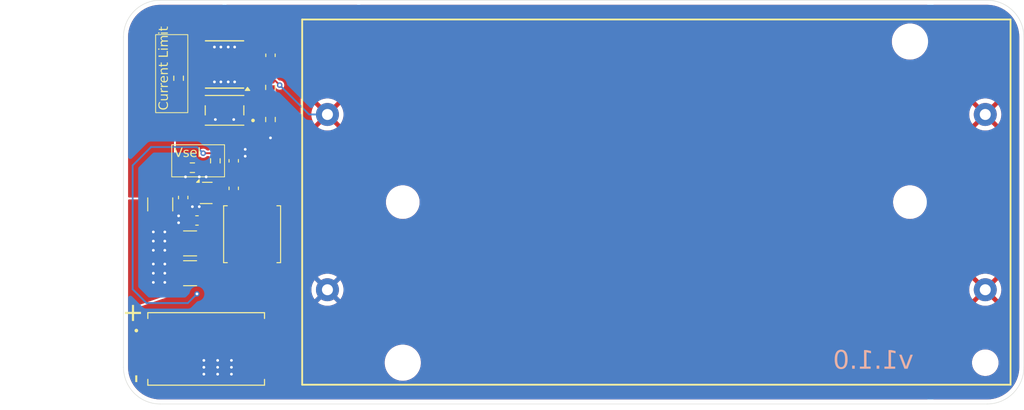
<source format=kicad_pcb>
(kicad_pcb (version 20240108) (generator "pcbnew") (generator_version "8.0")
  (layers (0 "F.Cu" signal) (31 "B.Cu" signal) (34 "B.Paste" user) (35 "F.Paste" user) (36 "B.SilkS" user "B.Silkscreen") (37 "F.SilkS" user "F.Silkscreen") (38 "B.Mask" user) (39 "F.Mask" user) (44 "Edge.Cuts" user))
  (net 0 "")
  (net 1 "GND")
  (net 2 "Net-(BT1-+-Pad4)")
  (net 3 "+BATT")
  (net 4 "/TPS6293x Converter/Vout")
  (net 5 "Net-(U1-SS)")
  (net 6 "Net-(U1-BST)")
  (net 7 "Net-(U1-SW)")
  (net 8 "Net-(U1-FB)")
  (net 10 "Net-(U2-EN{slash}UVLO)")
  (net 11 "Net-(U2-ILM)")
  (net 14 "/TPS6293x Converter/Vin")
  (footprint "Battery_Holder:Keystone_1049P" (layer "F.Cu") (at 76 38)
    (property "Reference" "BT1" (hide yes))
    (property "Value" "Battery_2_Cell")
    (fp_line (start -38.55 -19.9) (end -38.55 19.9) (stroke (width 0.2)) (layer "F.SilkS"))
    (fp_line (start -38.55 19.9) (end 38.55 19.9) (stroke (width 0.2)) (layer "F.SilkS"))
    (fp_line (start 38.55 -19.9) (end -38.55 -19.9) (stroke (width 0.2)) (layer "F.SilkS"))
    (fp_line (start 38.55 19.9) (end 38.55 -19.9) (stroke (width 0.2)) (layer "F.SilkS"))
    (pad "" np_thru_hole circle (at -27.6 0) (size 3.18 3.18) (drill 3.18) (layers "F&B.Cu"))
    (pad "" np_thru_hole circle (at -27.6 17.5) (size 3.18 3.18) (drill 3.45) (layers "F&B.Cu"))
    (pad "" np_thru_hole circle (at 27.6 -17.5) (size 3.18 3.18) (drill 3.45) (layers "F&B.Cu"))
    (pad "" np_thru_hole circle (at 27.6 0) (size 3.18 3.18) (drill 3.18) (layers "F&B.Cu"))
    (pad "" np_thru_hole circle (at 35.8 17.5) (size 2.4 2.4) (drill 2.4) (layers "F&B.Cu"))
    (pad "1" thru_hole circle (at -35.8 -9.55) (size 2.5 2.5) (drill 1.2) (layers "*.Cu" "B.Mask") (net 3 "+BATT") (thermal_bridge_width 0.5) (thermal_gap 0.5))
    (pad "2" thru_hole circle (at 35.8 -9.55) (size 2.5 2.5) (drill 1.2) (layers "*.Cu" "B.Mask") (net 2 "Net-(BT1-+-Pad4)"))
    (pad "3" thru_hole circle (at -35.8 9.55) (size 2.5 2.5) (drill 1.2) (layers "*.Cu" "B.Mask") (net 1 "GND") (thermal_bridge_width 0.5) (thermal_gap 0.5))
    (pad "4" thru_hole circle (at 35.8 9.55) (size 2.5 2.5) (drill 1.2) (layers "*.Cu" "B.Mask") (net 2 "Net-(BT1-+-Pad4)"))
  )
  (footprint "Resistor_SMD:R_0603_1608Metric" (layer "F.Cu") (at 34 25.5 -90)
    (property "Reference" "R3" (hide yes))
    (property "Value" "31.6k")
    (fp_line (start -0.237258 0.5225) (end 0.237258 0.5225) (stroke (width 0.12)) (layer "F.SilkS"))
    (fp_line (start -0.237258 -0.5225) (end 0.237258 -0.5225) (stroke (width 0.12)) (layer "F.SilkS"))
    (pad "1" smd roundrect (at -0.825 0 270) (size 0.8 0.95) (layers "F.Cu" "F.Paste" "F.Mask") (net 3 "+BATT"))
    (pad "2" smd roundrect (at 0.825 0 270) (size 0.8 0.95) (layers "F.Cu" "F.Paste" "F.Mask") (net 10 "Net-(U2-EN{slash}UVLO)"))
  )
  (footprint "Resistor_SMD:R_0603_1608Metric" (layer "F.Cu") (at 25.5 34.25 180)
    (property "Reference" "R2" (hide yes))
    (property "Value" "10k")
    (fp_line (start -0.237258 0.5225) (end 0.237258 0.5225) (stroke (width 0.12)) (layer "F.SilkS"))
    (fp_line (start -0.237258 -0.5225) (end 0.237258 -0.5225) (stroke (width 0.12)) (layer "F.SilkS"))
    (pad "1" smd roundrect (at -0.825 0 180) (size 0.8 0.95) (layers "F.Cu" "F.Paste" "F.Mask") (net 8 "Net-(U1-FB)"))
    (pad "2" smd roundrect (at 0.825 0 180) (size 0.8 0.95) (layers "F.Cu" "F.Paste" "F.Mask") (net 1 "GND"))
  )
  (footprint "SO:TI_SO-PowerPAD-8" (layer "F.Cu") (at 29 23 180)
    (property "Reference" "U2" (hide yes))
    (property "Value" "TPS259630")
    (fp_line (start -2.075 2.575) (end 2.075 2.575) (stroke (width 0.15)) (layer "F.SilkS"))
    (fp_line (start -2.075 -2.575) (end 2.075 -2.575) (stroke (width 0.15)) (layer "F.SilkS"))
    (fp_poly (pts (xy -2.5 -2.5) (xy -2.74 -2.83) (xy -2.26 -2.83) (xy -2.5 -2.5)) (stroke (width 0.12)) (fill solid) (layer "F.SilkS"))
    (pad "1" smd roundrect (at -2.7 -1.905 180) (size 1.55 0.6) (layers "F.Cu" "F.Paste" "F.Mask") (net 1 "GND"))
    (pad "2" smd roundrect (at -2.7 -0.635 180) (size 1.55 0.6) (layers "F.Cu" "F.Paste" "F.Mask"))
    (pad "3" smd roundrect (at -2.7 0.635 180) (size 1.55 0.6) (layers "F.Cu" "F.Paste" "F.Mask") (net 10 "Net-(U2-EN{slash}UVLO)"))
    (pad "4" smd roundrect (at -2.7 1.905 180) (size 1.55 0.6) (layers "F.Cu" "F.Paste" "F.Mask") (net 3 "+BATT"))
    (pad "5" smd roundrect (at 2.7 1.905 180) (size 1.55 0.6) (layers "F.Cu" "F.Paste" "F.Mask") (net 14 "/TPS6293x Converter/Vin"))
    (pad "6" smd roundrect (at 2.7 0.635 180) (size 1.55 0.6) (layers "F.Cu" "F.Paste" "F.Mask"))
    (pad "7" smd roundrect (at 2.7 -0.635 180) (size 1.55 0.6) (layers "F.Cu" "F.Paste" "F.Mask") (net 11 "Net-(U2-ILM)"))
    (pad "8" smd roundrect (at 2.7 -1.905 180) (size 1.55 0.6) (layers "F.Cu" "F.Paste" "F.Mask") (net 1 "GND"))
    (pad "9" smd rect (at 0 0 180) (size 2.95 4.5) (layers "F.Cu") (net 1 "GND"))
  )
  (footprint "SMD:0603_1608Metric_DNI_NoPaste" (layer "F.Cu") (at 28 33.5 -90)
    (property "Reference" "R1" (hide yes))
    (property "Value" "Vchoice")
    (fp_line (start -0.237258 0.5225) (end 0.237258 0.5225) (stroke (width 0.12)) (layer "F.SilkS"))
    (fp_line (start -0.237258 -0.5225) (end 0.237258 -0.5225) (stroke (width 0.12)) (layer "F.SilkS"))
    (pad "1" smd roundrect (at -0.825 0 270) (size 0.8 0.95) (layers "F.Cu" "F.Mask") (net 4 "/TPS6293x Converter/Vout"))
    (pad "2" smd roundrect (at 0.825 0 270) (size 0.8 0.95) (layers "F.Cu" "F.Mask") (net 8 "Net-(U1-FB)"))
  )
  (footprint "Capacitor_SMD:C_1210_3225Metric" (layer "F.Cu") (at 25.25 45.75 180)
    (property "Reference" "C6" (hide yes))
    (property "Value" "22uF")
    (fp_line (start -0.711252 1.36) (end 0.711252 1.36) (stroke (width 0.12)) (layer "F.SilkS"))
    (fp_line (start -0.711252 -1.36) (end 0.711252 -1.36) (stroke (width 0.12)) (layer "F.SilkS"))
    (pad "1" smd roundrect (at -1.475 0 180) (size 1.15 2.7) (layers "F.Cu" "F.Paste" "F.Mask") (roundrect_rratio 0.217391) (net 4 "/TPS6293x Converter/Vout"))
    (pad "2" smd roundrect (at 1.475 0 180) (size 1.15 2.7) (layers "F.Cu" "F.Paste" "F.Mask") (roundrect_rratio 0.217391) (net 1 "GND"))
  )
  (footprint "Inductor:L_TDK_VLS6045EX_VLS6045AF" (layer "F.Cu") (at 32 41.5 -90)
    (property "Reference" "L1" (hide yes))
    (property "Value" "6.8uH")
    (fp_line (start -3.1 3.1) (end 3.1 3.1) (stroke (width 0.12)) (layer "F.SilkS"))
    (fp_line (start -3.1 3.1) (end -3.1 2.7) (stroke (width 0.12)) (layer "F.SilkS"))
    (fp_line (start 3.1 3.1) (end 3.1 2.7) (stroke (width 0.12)) (layer "F.SilkS"))
    (fp_line (start -3.1 -3.1) (end -3.1 -2.7) (stroke (width 0.12)) (layer "F.SilkS"))
    (fp_line (start -3.1 -3.1) (end 3.1 -3.1) (stroke (width 0.12)) (layer "F.SilkS"))
    (fp_line (start 3.1 -3.1) (end 3.1 -2.7) (stroke (width 0.12)) (layer "F.SilkS"))
    (pad "1" smd roundrect (at -2.1 0 270) (size 1.9 5.1) (layers "F.Cu" "F.Paste" "F.Mask") (net 7 "Net-(U1-SW)"))
    (pad "2" smd roundrect (at 2.1 0 270) (size 1.9 5.1) (layers "F.Cu" "F.Paste" "F.Mask") (net 4 "/TPS6293x Converter/Vout"))
  )
  (footprint "Capacitor_SMD:C_0603_1608Metric" (layer "F.Cu") (at 30 33.5 90)
    (property "Reference" "C3" (hide yes))
    (property "Value" "100nF")
    (fp_line (start -0.14058 -0.51) (end 0.14058 -0.51) (stroke (width 0.12)) (layer "F.SilkS"))
    (fp_line (start -0.14058 0.51) (end 0.14058 0.51) (stroke (width 0.12)) (layer "F.SilkS"))
    (pad "1" smd roundrect (at -0.775 0 90) (size 0.9 0.95) (layers "F.Cu" "F.Paste" "F.Mask") (net 5 "Net-(U1-SS)"))
    (pad "2" smd roundrect (at 0.775 0 90) (size 0.9 0.95) (layers "F.Cu" "F.Paste" "F.Mask") (net 1 "GND"))
  )
  (footprint "Capacitor_SMD:C_0603_1608Metric" (layer "F.Cu") (at 24.5 37.5 -90)
    (property "Reference" "C2" (hide yes))
    (property "Value" "0.1uF")
    (fp_line (start -0.14058 0.51) (end 0.14058 0.51) (stroke (width 0.12)) (layer "F.SilkS"))
    (fp_line (start -0.14058 -0.51) (end 0.14058 -0.51) (stroke (width 0.12)) (layer "F.SilkS"))
    (pad "1" smd roundrect (at -0.775 0 270) (size 0.9 0.95) (layers "F.Cu" "F.Paste" "F.Mask") (net 14 "/TPS6293x Converter/Vin"))
    (pad "2" smd roundrect (at 0.775 0 270) (size 0.9 0.95) (layers "F.Cu" "F.Paste" "F.Mask") (net 1 "GND"))
  )
  (footprint "Capacitor_SMD:C_1210_3225Metric" (layer "F.Cu") (at 25.25 42.5 180)
    (property "Reference" "C7" (hide yes))
    (property "Value" "22uF")
    (fp_line (start -0.711252 1.36) (end 0.711252 1.36) (stroke (width 0.12)) (layer "F.SilkS"))
    (fp_line (start -0.711252 -1.36) (end 0.711252 -1.36) (stroke (width 0.12)) (layer "F.SilkS"))
    (pad "1" smd roundrect (at -1.475 0 180) (size 1.15 2.7) (layers "F.Cu" "F.Paste" "F.Mask") (roundrect_rratio 0.217391) (net 4 "/TPS6293x Converter/Vout"))
    (pad "2" smd roundrect (at 1.475 0 180) (size 1.15 2.7) (layers "F.Cu" "F.Paste" "F.Mask") (roundrect_rratio 0.217391) (net 1 "GND"))
  )
  (footprint "Resistor_SMD:R_0603_1608Metric" (layer "F.Cu") (at 34 29 -90)
    (property "Reference" "R4" (hide yes))
    (property "Value" "100k")
    (fp_line (start -0.237258 0.5225) (end 0.237258 0.5225) (stroke (width 0.12)) (layer "F.SilkS"))
    (fp_line (start -0.237258 -0.5225) (end 0.237258 -0.5225) (stroke (width 0.12)) (layer "F.SilkS"))
    (pad "1" smd roundrect (at -0.825 0 270) (size 0.8 0.95) (layers "F.Cu" "F.Paste" "F.Mask") (net 10 "Net-(U2-EN{slash}UVLO)"))
    (pad "2" smd roundrect (at 0.825 0 270) (size 0.8 0.95) (layers "F.Cu" "F.Paste" "F.Mask") (net 1 "GND"))
  )
  (footprint "SMD:0603_1608Metric_DNI_NoPaste" (layer "F.Cu") (at 24 24.5 -90)
    (property "Reference" "R5" (hide yes))
    (property "Value" "470")
    (fp_line (start -0.237258 0.5225) (end 0.237258 0.5225) (stroke (width 0.12)) (layer "F.SilkS"))
    (fp_line (start -0.237258 -0.5225) (end 0.237258 -0.5225) (stroke (width 0.12)) (layer "F.SilkS"))
    (pad "1" smd roundrect (at -0.825 0 270) (size 0.8 0.95) (layers "F.Cu" "F.Mask") (net 11 "Net-(U2-ILM)"))
    (pad "2" smd roundrect (at 0.825 0 270) (size 0.8 0.95) (layers "F.Cu" "F.Mask") (net 1 "GND"))
  )
  (footprint "Capacitor_SMD:C_0603_1608Metric" (layer "F.Cu") (at 30 36.5 -90)
    (property "Reference" "C4" (hide yes))
    (property "Value" "100nF")
    (fp_line (start -0.14058 0.51) (end 0.14058 0.51) (stroke (width 0.12)) (layer "F.SilkS"))
    (fp_line (start -0.14058 -0.51) (end 0.14058 -0.51) (stroke (width 0.12)) (layer "F.SilkS"))
    (pad "1" smd roundrect (at -0.775 0 270) (size 0.9 0.95) (layers "F.Cu" "F.Paste" "F.Mask") (net 6 "Net-(U1-BST)"))
    (pad "2" smd roundrect (at 0.775 0 270) (size 0.9 0.95) (layers "F.Cu" "F.Paste" "F.Mask") (net 7 "Net-(U1-SW)") (thermal_bridge_width 0.2) (thermal_gap 0.2))
  )
  (footprint "Capacitor_SMD:C_0603_1608Metric" (layer "F.Cu") (at 34 22 -90)
    (property "Reference" "C8" (hide yes))
    (property "Value" "0.1uF")
    (fp_line (start -0.14058 0.51) (end 0.14058 0.51) (stroke (width 0.12)) (layer "F.SilkS"))
    (fp_line (start -0.14058 -0.51) (end 0.14058 -0.51) (stroke (width 0.12)) (layer "F.SilkS"))
    (pad "1" smd roundrect (at -0.775 0 270) (size 0.9 0.95) (layers "F.Cu" "F.Paste" "F.Mask") (net 3 "+BATT"))
    (pad "2" smd roundrect (at 0.775 0 270) (size 0.9 0.95) (layers "F.Cu" "F.Paste" "F.Mask") (net 1 "GND"))
  )
  (footprint "SOT:SOT-583-8" (layer "F.Cu") (at 27 37)
    (property "Reference" "U1" (hide yes))
    (property "Value" "TPS62933")
    (fp_line (start 0.65 -1.16) (end -0.4 -1.16) (stroke (width 0.12)) (layer "F.SilkS"))
    (fp_line (start 0.65 1.16) (end -0.65 1.16) (stroke (width 0.12)) (layer "F.SilkS"))
    (fp_poly (pts (xy -0.76 -1.16) (xy -1.04 -1.16) (xy -0.76 -1.44) (xy -0.76 -1.16)) (stroke (width 0.12)) (fill solid) (layer "F.SilkS"))
    (pad "1" smd roundrect (at -0.74 -0.75) (size 0.67 0.3) (layers "F.Cu" "F.Paste" "F.Mask") (roundrect_rratio 0.1666666667) (net 1 "GND"))
    (pad "2" smd roundrect (at -0.74 -0.25) (size 0.67 0.3) (layers "F.Cu" "F.Paste" "F.Mask") (roundrect_rratio 0.1666666667))
    (pad "3" smd roundrect (at -0.74 0.25) (size 0.67 0.3) (layers "F.Cu" "F.Paste" "F.Mask") (roundrect_rratio 0.1666666667) (net 14 "/TPS6293x Converter/Vin"))
    (pad "4" smd roundrect (at -0.74 0.75) (size 0.67 0.3) (layers "F.Cu" "F.Paste" "F.Mask") (roundrect_rratio 0.1666666667) (net 1 "GND"))
    (pad "5" smd roundrect (at 0.74 0.75) (size 0.67 0.3) (layers "F.Cu" "F.Paste" "F.Mask") (roundrect_rratio 0.1666666667) (net 7 "Net-(U1-SW)"))
    (pad "6" smd roundrect (at 0.74 0.25) (size 0.67 0.3) (layers "F.Cu" "F.Paste" "F.Mask") (roundrect_rratio 0.1666666667) (net 6 "Net-(U1-BST)"))
    (pad "7" smd roundrect (at 0.74 -0.25) (size 0.67 0.3) (layers "F.Cu" "F.Paste" "F.Mask") (roundrect_rratio 0.1666666667) (net 5 "Net-(U1-SS)"))
    (pad "8" smd roundrect (at 0.74 -0.75) (size 0.67 0.3) (layers "F.Cu" "F.Paste" "F.Mask") (roundrect_rratio 0.1666666667) (net 8 "Net-(U1-FB)"))
  )
  (footprint "Capacitor_SMD:C_0603_1608Metric" (layer "F.Cu") (at 26 40 180)
    (property "Reference" "C5" (hide yes))
    (property "Value" "0.1uF")
    (fp_line (start -0.14058 0.51) (end 0.14058 0.51) (stroke (width 0.12)) (layer "F.SilkS"))
    (fp_line (start -0.14058 -0.51) (end 0.14058 -0.51) (stroke (width 0.12)) (layer "F.SilkS"))
    (pad "1" smd roundrect (at -0.775 0 180) (size 0.9 0.95) (layers "F.Cu" "F.Paste" "F.Mask") (net 4 "/TPS6293x Converter/Vout"))
    (pad "2" smd roundrect (at 0.775 0 180) (size 0.9 0.95) (layers "F.Cu" "F.Paste" "F.Mask") (net 1 "GND"))
  )
  (footprint "PTS810-SJM-250-SMTR-LFS:SW_PTS810_SJM_250_SMTR_LFS" (layer "F.Cu") (at 29 28 180)
    (property "Reference" "SW1" (hide yes))
    (property "Value" "PTS810_SJM_250_SMTR_LFS")
    (fp_line (start 2.1 1.62) (end -2.1 1.62) (stroke (width 0.127)) (layer "F.SilkS"))
    (fp_line (start 2.1 0.5) (end 2.1 -0.5) (stroke (width 0.127)) (layer "F.SilkS"))
    (fp_line (start -2.1 0.5) (end -2.1 -0.5) (stroke (width 0.127)) (layer "F.SilkS"))
    (fp_line (start -2.1 -1.62) (end 2.1 -1.62) (stroke (width 0.127)) (layer "F.SilkS"))
    (fp_circle (center -3.1 -1.1) (end -3 -1.1) (stroke (width 0.2)) (fill none) (layer "F.SilkS"))
    (pad "1" smd rect (at -2.075 -1.075 180) (size 1.05 0.65) (layers "F.Cu" "F.Paste" "F.Mask") (net 1 "GND"))
    (pad "2" smd rect (at 2.075 -1.075 180) (size 1.05 0.65) (layers "F.Cu" "F.Paste" "F.Mask") (net 1 "GND"))
    (pad "3" smd rect (at -2.075 1.075 180) (size 1.05 0.65) (layers "F.Cu" "F.Paste" "F.Mask") (net 10 "Net-(U2-EN{slash}UVLO)"))
    (pad "4" smd rect (at 2.075 1.075 180) (size 1.05 0.65) (layers "F.Cu" "F.Paste" "F.Mask") (net 10 "Net-(U2-EN{slash}UVLO)"))
  )
  (footprint "WAGO_2060-452-998-404:WAGO_2060-452_998-404" (layer "F.Cu") (at 27 54)
    (property "Reference" "J1" (hide yes))
    (property "Value" "2060-452_998-404")
    (fp_line (start -6.35 -3.95) (end -6.35 -3.32) (stroke (width 0.127)) (layer "F.SilkS"))
    (fp_line (start -6.35 3.95) (end -6.35 3.32) (stroke (width 0.127)) (layer "F.SilkS"))
    (fp_line (start -6.35 3.95) (end 6.35 3.95) (stroke (width 0.127)) (layer "F.SilkS"))
    (fp_line (start 6.35 -3.95) (end -6.35 -3.95) (stroke (width 0.127)) (layer "F.SilkS"))
    (fp_line (start 6.35 -3.32) (end 6.35 -3.95) (stroke (width 0.127)) (layer "F.SilkS"))
    (fp_line (start 6.35 3.95) (end 6.35 3.32) (stroke (width 0.127)) (layer "F.SilkS"))
    (fp_circle (center -7.6 -2) (end -7.5 -2) (stroke (width 0.2)) (fill none) (layer "F.SilkS"))
    (pad "1_1" smd roundrect (at -4 -2) (size 6 2) (layers "F.Cu" "F.Paste" "F.Mask") (roundrect_rratio 0.125) (net 4 "/TPS6293x Converter/Vout"))
    (pad "1_2" smd roundrect (at 5.25 -2) (size 3.5 2) (layers "F.Cu" "F.Paste" "F.Mask") (roundrect_rratio 0.125) (net 4 "/TPS6293x Converter/Vout"))
    (pad "2_1" smd roundrect (at -4 2) (size 6 2) (layers "F.Cu" "F.Paste" "F.Mask") (roundrect_rratio 0.125) (net 1 "GND"))
    (pad "2_2" smd roundrect (at 5.25 2) (size 3.5 2) (layers "F.Cu" "F.Paste" "F.Mask") (roundrect_rratio 0.125) (net 1 "GND"))
  )
  (footprint "Capacitor_SMD:C_1210_3225Metric" (layer "F.Cu") (at 22 38.25 -90)
    (property "Reference" "C1" (hide yes))
    (property "Value" "22uF")
    (fp_line (start -0.711252 1.36) (end 0.711252 1.36) (stroke (width 0.12)) (layer "F.SilkS"))
    (fp_line (start -0.711252 -1.36) (end 0.711252 -1.36) (stroke (width 0.12)) (layer "F.SilkS"))
    (pad "1" smd roundrect (at -1.475 0 270) (size 1.15 2.7) (layers "F.Cu" "F.Paste" "F.Mask") (roundrect_rratio 0.217391) (net 14 "/TPS6293x Converter/Vin"))
    (pad "2" smd roundrect (at 1.475 0 270) (size 1.15 2.7) (layers "F.Cu" "F.Paste" "F.Mask") (roundrect_rratio 0.217391) (net 1 "GND"))
  )
  (gr_rect (start 21.5 19.75) (end 25 28.25) (stroke (width 0.1)) (fill none) (layer "F.SilkS"))
  (gr_rect (start 23.25 31.75) (end 29 35.25) (stroke (width 0.1)) (fill none) (layer "F.SilkS"))
  (gr_arc (start 22 60) (mid 19.171573 58.828427) (end 18 56) (stroke (width 0.05)) (layer "Edge.Cuts"))
  (gr_line (start 18 56) (end 18 20) (stroke (width 0.05)) (layer "Edge.Cuts"))
  (gr_arc (start 116 56) (mid 114.828427 58.828427) (end 112 60) (stroke (width 0.05)) (layer "Edge.Cuts"))
  (gr_arc (start 112 16) (mid 114.828427 17.171573) (end 116 20) (stroke (width 0.05)) (layer "Edge.Cuts"))
  (gr_arc (start 18 20) (mid 19.171573 17.171573) (end 22 16) (stroke (width 0.05)) (layer "Edge.Cuts"))
  (gr_line (start 112 60) (end 22 60) (stroke (width 0.05)) (layer "Edge.Cuts"))
  (gr_line (start 116 20) (end 116 56) (stroke (width 0.05)) (layer "Edge.Cuts"))
  (gr_line (start 22 16) (end 112 16) (stroke (width 0.05)) (layer "Edge.Cuts"))
  (gr_text "v1.1.0" (at 104 56.5 0) (layer "B.SilkS") (effects (font (size 2 2) (thickness 0.1)) (justify left bottom mirror)))
  (gr_text "Vsel" (at 23.5 33.25 0) (layer "F.SilkS") (effects (font (size 1 1) (thickness 0.1)) (justify left bottom)))
  (gr_text "-" (at 20.5 57.75 90) (layer "F.SilkS") (effects (font (size 2 2) (thickness 0.1)) (justify left bottom)))
  (gr_text "+" (at 20.25 51.25 90) (layer "F.SilkS") (effects (font (size 2 2) (thickness 0.1)) (justify left bottom)))
  (gr_text "Current Limit" (at 23 28 90) (layer "F.SilkS") (effects (font (size 1 1) (thickness 0.125)) (justify left bottom)))
  (via (at 24 40.25) (size 0.6) (drill 0.3) (layers "F.Cu" "B.Cu") (net 1))
  (via (at 29.75 56) (size 0.6) (drill 0.3) (layers "F.Cu" "B.Cu") (net 1))
  (via (at 22.5 45.75) (size 0.6) (drill 0.3) (layers "F.Cu" "B.Cu") (net 1))
  (via (at 31.25 33) (size 0.6) (drill 0.3) (layers "F.Cu" "B.Cu") (net 1))
  (via (at 22.5 41.25) (size 0.6) (drill 0.3) (layers "F.Cu" "B.Cu") (net 1))
  (via (at 24.75 35.25) (size 0.6) (drill 0.3) (layers "F.Cu" "B.Cu") (net 1))
  (via (at 28.6 24.9) (size 0.6) (drill 0.3) (layers "F.Cu" "B.Cu") (net 1))
  (via (at 21.25 42.25) (size 0.6) (drill 0.3) (layers "F.Cu" "B.Cu") (net 1))
  (via (at 27.9 24.9) (size 0.6) (drill 0.3) (layers "F.Cu" "B.Cu") (net 1))
  (via (at 28.25 56.75) (size 0.6) (drill 0.3) (layers "F.Cu" "B.Cu") (net 1))
  (via (at 26.75 56.75) (size 0.6) (drill 0.3) (layers "F.Cu" "B.Cu") (net 1))
  (via (at 31.25 32.25) (size 0.6) (drill 0.3) (layers "F.Cu" "B.Cu") (net 1))
  (via (at 22.5 46.75) (size 0.6) (drill 0.3) (layers "F.Cu" "B.Cu") (net 1))
  (via (at 26.75 56) (size 0.6) (drill 0.3) (layers "F.Cu" "B.Cu") (net 1))
  (via (at 28.6 21.1) (size 0.6) (drill 0.3) (layers "F.Cu" "B.Cu") (net 1))
  (via (at 22.5 42.25) (size 0.6) (drill 0.3) (layers "F.Cu" "B.Cu") (net 1))
  (via (at 29.4 24.9) (size 0.6) (drill 0.3) (layers "F.Cu" "B.Cu") (net 1))
  (via (at 22.5 44.75) (size 0.6) (drill 0.3) (layers "F.Cu" "B.Cu") (net 1))
  (via (at 22.5 43.25) (size 0.6) (drill 0.3) (layers "F.Cu" "B.Cu") (net 1))
  (via (at 28 29) (size 0.6) (drill 0.3) (layers "F.Cu" "B.Cu") (net 1))
  (via (at 27.9 21.1) (size 0.6) (drill 0.3) (layers "F.Cu" "B.Cu") (net 1))
  (via (at 34 31) (size 0.6) (drill 0.3) (layers "F.Cu" "B.Cu") (net 1))
  (via (at 26.25 38.5) (size 0.6) (drill 0.3) (layers "F.Cu" "B.Cu") (net 1))
  (via (at 21.25 41.25) (size 0.6) (drill 0.3) (layers "F.Cu" "B.Cu") (net 1))
  (via (at 29.4 21.1) (size 0.6) (drill 0.3) (layers "F.Cu" "B.Cu") (net 1))
  (via (at 21.25 43.25) (size 0.6) (drill 0.3) (layers "F.Cu" "B.Cu") (net 1))
  (via (at 21.25 46.75) (size 0.6) (drill 0.3) (layers "F.Cu" "B.Cu") (net 1))
  (via (at 27 35.25) (size 0.6) (drill 0.3) (layers "F.Cu" "B.Cu") (net 1))
  (via (at 30.1 21.1) (size 0.6) (drill 0.3) (layers "F.Cu" "B.Cu") (net 1))
  (via (at 21.25 44.75) (size 0.6) (drill 0.3) (layers "F.Cu" "B.Cu") (net 1))
  (via (at 26.75 55.25) (size 0.6) (drill 0.3) (layers "F.Cu" "B.Cu") (net 1))
  (via (at 30 29) (size 0.6) (drill 0.3) (layers "F.Cu" "B.Cu") (net 1))
  (via (at 28.25 55.25) (size 0.6) (drill 0.3) (layers "F.Cu" "B.Cu") (net 1))
  (via (at 29.75 55.25) (size 0.6) (drill 0.3) (layers "F.Cu" "B.Cu") (net 1))
  (via (at 21.25 45.75) (size 0.6) (drill 0.3) (layers "F.Cu" "B.Cu") (net 1))
  (via (at 28.25 56) (size 0.6) (drill 0.3) (layers "F.Cu" "B.Cu") (net 1))
  (via (at 29.75 56.75) (size 0.6) (drill 0.3) (layers "F.Cu" "B.Cu") (net 1))
  (via (at 24 39.5) (size 0.6) (drill 0.3) (layers "F.Cu" "B.Cu") (net 1))
  (via (at 30.1 24.9) (size 0.6) (drill 0.3) (layers "F.Cu" "B.Cu") (net 1))
  (via (at 26.25 35.25) (size 0.6) (drill 0.3) (layers "F.Cu" "B.Cu") (net 1))
  (via (at 25.5 38.5) (size 0.6) (drill 0.3) (layers "F.Cu" "B.Cu") (net 1))
  (segment (start 34.425 24.675) (end 35 25.25) (width 0.2) (layer "F.Cu") (net 3))
  (segment (start 34 24.675) (end 34.425 24.675) (width 0.2) (layer "F.Cu") (net 3))
  (via (at 35 25.25) (size 0.6) (drill 0.3) (layers "F.Cu" "B.Cu") (net 3))
  (segment (start 38.2 28.45) (end 40.2 28.45) (width 0.2) (layer "B.Cu") (net 3))
  (segment (start 35 25.25) (end 38.2 28.45) (width 0.2) (layer "B.Cu") (net 3))
  (segment (start 26.725 47.275) (end 26.725 45.75) (width 0.2) (layer "F.Cu") (net 4))
  (segment (start 26.675 32.675) (end 28 32.675) (width 0.2) (layer "F.Cu") (net 4))
  (segment (start 26 48) (end 26.725 47.275) (width 0.2) (layer "F.Cu") (net 4))
  (via (at 26 48) (size 0.6) (drill 0.3) (layers "F.Cu" "B.Cu") (net 4))
  (via (at 26.675 32.675) (size 0.6) (drill 0.3) (layers "F.Cu" "B.Cu") (net 4))
  (segment (start 20.5 49) (end 25 49) (width 0.2) (layer "B.Cu") (net 4))
  (segment (start 21 32) (end 19 34) (width 0.2) (layer "B.Cu") (net 4))
  (segment (start 25 49) (end 26 48) (width 0.2) (layer "B.Cu") (net 4))
  (segment (start 26 32) (end 21 32) (width 0.2) (layer "B.Cu") (net 4))
  (segment (start 26.675 32.675) (end 26 32) (width 0.2) (layer "B.Cu") (net 4))
  (segment (start 19 34) (end 19 47.5) (width 0.2) (layer "B.Cu") (net 4))
  (segment (start 19 47.5) (end 20.5 49) (width 0.2) (layer "B.Cu") (net 4))
  (segment (start 29 35.942072) (end 29 35.275) (width 0.3) (layer "F.Cu") (net 5))
  (segment (start 29 35.275) (end 30 34.275) (width 0.3) (layer "F.Cu") (net 5))
  (segment (start 27.74 36.75) (end 28.192072 36.75) (width 0.3) (layer "F.Cu") (net 5))
  (segment (start 28.192072 36.75) (end 29 35.942072) (width 0.3) (layer "F.Cu") (net 5))
  (segment (start 28.475 37.25) (end 30 35.725) (width 0.3) (layer "F.Cu") (net 6))
  (segment (start 27.74 37.25) (end 28.475 37.25) (width 0.3) (layer "F.Cu") (net 6))
  (segment (start 26.4 34.325) (end 26.325 34.25) (width 0.2) (layer "F.Cu") (net 8))
  (segment (start 27.74 36.25) (end 28 35.99) (width 0.2) (layer "F.Cu") (net 8))
  (segment (start 28 35.99) (end 28 34.325) (width 0.2) (layer "F.Cu") (net 8))
  (segment (start 28 34.325) (end 26.4 34.325) (width 0.2) (layer "F.Cu") (net 8))
  (segment (start 26.925 26.925) (end 31.075 26.925) (width 0.2) (layer "F.Cu") (net 10))
  (segment (start 33 23.519448) (end 33 25.325) (width 0.2) (layer "F.Cu") (net 10))
  (segment (start 31.075 26.925) (end 33.4 26.925) (width 0.2) (layer "F.Cu") (net 10))
  (segment (start 34 26.325) (end 34 28.175) (width 0.2) (layer "F.Cu") (net 10))
  (segment (start 31.7 22.365) (end 31.845552 22.365) (width 0.2) (layer "F.Cu") (net 10))
  (segment (start 33 25.325) (end 34 26.325) (width 0.2) (layer "F.Cu") (net 10))
  (segment (start 33.4 26.925) (end 34 26.325) (width 0.2) (layer "F.Cu") (net 10))
  (segment (start 31.845552 22.365) (end 33 23.519448) (width 0.2) (layer "F.Cu") (net 10))
  (segment (start 26.26 23.675) (end 26.3 23.635) (width 0.2) (layer "F.Cu") (net 11))
  (segment (start 24 23.675) (end 26.26 23.675) (width 0.2) (layer "F.Cu") (net 11))
  (zone (net 1) (net_name "GND") (layer "F.Cu") (priority 1) (connect_pads yes (clearance 0.2)) (min_thickness 0.2) (fill yes (thermal_gap 0.2) (thermal_bridge_width 0.2) (smoothing fillet) (radius 0.5) (island_removal_mode 1) (island_area_min 10))
    (polygon (pts (xy 18 35) (xy 18 60) (xy 37 60) (xy 37 35)))
  )
  (zone (net 1) (net_name "GND") (layer "F.Cu") (priority 1) (connect_pads (clearance 0.2)) (min_thickness 0.2) (fill yes (thermal_gap 0.2) (thermal_bridge_width 0.2) (smoothing fillet) (radius 0.5))
    (polygon (pts (xy 18 35) (xy 37 35) (xy 37 60) (xy 116 60) (xy 116 16) (xy 18 16)))
  )
  (zone (net 4) (net_name "/TPS6293x Converter/Vout") (layer "F.Cu") (priority 1) (connect_pads yes (clearance 0.2)) (min_thickness 0.2) (fill yes (thermal_gap 0.5) (thermal_bridge_width 0.5) (smoothing fillet) (radius 0.5) (island_removal_mode 1) (island_area_min 10))
    (polygon (pts (xy 26 39.25) (xy 27.5 39.25) (xy 29 42.25) (xy 34.75 42.25) (xy 34.75 53.5) (xy 19.5 53.5) (xy 19.5 49.5) (xy 25.25 47.5) (xy 25.25 41) (xy 26 40.5)))
  )
  (zone (net 2) (net_name "Net-(BT1-+-Pad4)") (layer "F.Cu") (priority 3) (connect_pads (clearance 0.5)) (min_thickness 0.25) (fill yes (thermal_gap 0.5) (thermal_bridge_width 0.5) (smoothing fillet) (radius 1))
    (polygon (pts (xy 106 16) (xy 116 16) (xy 116 60) (xy 106 60)))
  )
  (zone (net 14) (net_name "/TPS6293x Converter/Vin") (layer "F.Cu") (priority 2) (connect_pads yes (clearance 0.2)) (min_thickness 0.2) (fill yes (thermal_gap 0.2) (thermal_bridge_width 0.2) (smoothing fillet) (radius 0.5) (island_removal_mode 1) (island_area_min 10))
    (polygon (pts (xy 28.85 21.75) (xy 28.85 16) (xy 18 16) (xy 18 37.5) (xy 23.5 37.5) (xy 23.5 21.75)))
  )
  (zone (net 7) (net_name "Net-(U1-SW)") (layer "F.Cu") (priority 3) (connect_pads yes (clearance 0.2)) (min_thickness 0.2) (fill yes (thermal_gap 0.5) (thermal_bridge_width 0.5) (smoothing fillet) (radius 0.5) (island_removal_mode 1) (island_area_min 10))
    (polygon (pts (xy 27.4 37.5) (xy 28.75 37.5) (xy 29.5 36.75) (xy 30.5 36.75) (xy 34.75 38.5) (xy 34.75 40.5) (xy 29.25 40.5) (xy 29.25 39.25) (xy 27.4 38)))
  )
  (zone (net 14) (net_name "/TPS6293x Converter/Vin") (layer "F.Cu") (priority 3) (connect_pads yes (clearance 0.2)) (min_thickness 0.2) (fill yes (thermal_gap 0.5) (thermal_bridge_width 0.5) (smoothing fillet) (radius 0.5))
    (polygon (pts (xy 20.5 37.5) (xy 26.5 37.5) (xy 26.5 37) (xy 25.75 37) (xy 25 36) (xy 20.5 36)))
  )
  (zone (net 3) (net_name "+BATT") (layer "F.Cu") (priority 3) (connect_pads yes (clearance 0.2)) (min_thickness 0.2) (fill yes (thermal_gap 0.2) (thermal_bridge_width 0.2) (smoothing fillet) (radius 0.5) (island_removal_mode 1) (island_area_min 10))
    (polygon (pts (xy 43.5 31.5) (xy 37.5 31.5) (xy 37.5 21.75) (xy 29.15 21.75) (xy 29.15 16) (xy 43.5 16)))
  )
  (zone (net 1) (net_name "GND") (layer "B.Cu") (connect_pads (clearance 0.5)) (min_thickness 0.5) (fill yes (thermal_gap 0.5) (thermal_bridge_width 0.5))
    (polygon (pts (xy 116 16) (xy 18 16) (xy 18 60) (xy 116 60)))
  )
)
</source>
